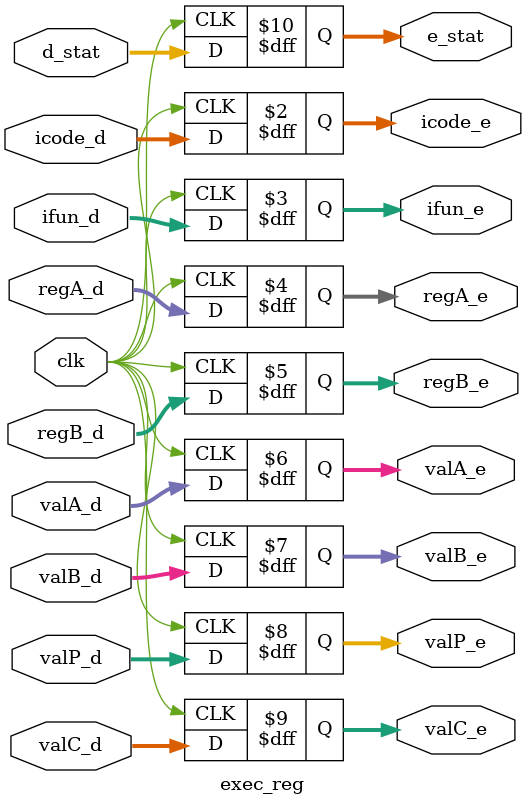
<source format=v>
module exec_reg(input clk, input [3:0]icode_d, input [3:0]ifun_d, input [3:0]regA_d, input [3:0]regB_d, input [63:0]valA_d, input [63:0]valB_d, input [63:0]valP_d, input[63:0]valC_d, input [2:0]d_stat,
output clk, output [3:0]icode_e, output [3:0]ifun_e, output [3:0]regA_e, output [3:0]regB_e, output [63:0]valA_e, output [63:0]valB_e, output [63:0]valP_e, output[63:0]valC_e, output [2:0]e_stat);

/*
This is the pipeline register for the the execute block

At every next clock cycle, the input values that were stored are delivered as output
Non-locking assignment is used here, since this transfer happens simultaneously for all variables
*/

always@(posedge clk)
    begin
        icode_e <= icode_d;
        ifun_e <= ifun_d;
        regA_e <= regA_d;
        regB_e <= regB_d;
        valA_e <= valA_d;
        valP_e <= valP_d;
        valB_e <= valB_d;
        valC_e <= valC_d;
        e_stat <= d_stat;
    end

endmodule
</source>
